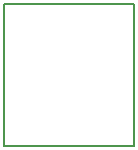
<source format=gbr>
G04 #@! TF.GenerationSoftware,KiCad,Pcbnew,(5.0.0-3-g5ebb6b6)*
G04 #@! TF.CreationDate,2018-12-24T11:18:41+00:00*
G04 #@! TF.ProjectId,TO220-breakout,544F3232302D627265616B6F75742E6B,rev?*
G04 #@! TF.SameCoordinates,Original*
G04 #@! TF.FileFunction,Profile,NP*
%FSLAX46Y46*%
G04 Gerber Fmt 4.6, Leading zero omitted, Abs format (unit mm)*
G04 Created by KiCad (PCBNEW (5.0.0-3-g5ebb6b6)) date Monday, 24 December 2018 at 11:18:41*
%MOMM*%
%LPD*%
G01*
G04 APERTURE LIST*
%ADD10C,0.150000*%
G04 APERTURE END LIST*
D10*
X135000000Y-70000000D02*
X124000000Y-70000000D01*
X135000000Y-82000000D02*
X135000000Y-70000000D01*
X124000000Y-82000000D02*
X135000000Y-82000000D01*
X124000000Y-70000000D02*
X124000000Y-82000000D01*
M02*

</source>
